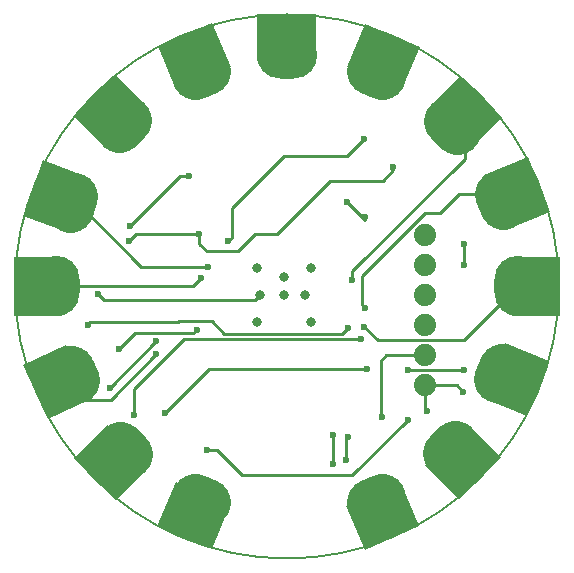
<source format=gbr>
G04 #@! TF.FileFunction,Copper,L2,Bot,Signal*
%FSLAX46Y46*%
G04 Gerber Fmt 4.6, Leading zero omitted, Abs format (unit mm)*
G04 Created by KiCad (PCBNEW 4.0.4-stable) date 05/02/17 14:03:58*
%MOMM*%
%LPD*%
G01*
G04 APERTURE LIST*
%ADD10C,0.100000*%
%ADD11C,0.150000*%
%ADD12C,0.800000*%
%ADD13C,1.879600*%
%ADD14C,4.000000*%
%ADD15C,4.000000*%
%ADD16O,5.100000X4.000000*%
%ADD17O,4.000000X5.100000*%
%ADD18C,0.600000*%
%ADD19C,0.250000*%
G04 APERTURE END LIST*
D10*
D11*
X107358112Y-144526000D02*
G75*
G03X107358112Y-144526000I-23030112J0D01*
G01*
D12*
X81788000Y-147574000D03*
X86360000Y-147574000D03*
X85852000Y-145288000D03*
X84074000Y-143764000D03*
X86360000Y-143002000D03*
X84074000Y-145288000D03*
X82042000Y-145288000D03*
X81788000Y-143002000D03*
D13*
X96012000Y-152908000D03*
X96012000Y-150368000D03*
X96012000Y-147828000D03*
X96012000Y-145288000D03*
X96012000Y-142748000D03*
X96012000Y-140208000D03*
D14*
X70882934Y-130408328D02*
X70105116Y-131186146D01*
D10*
G36*
X69769948Y-126537624D02*
X72598376Y-129366052D01*
X69062842Y-132901586D01*
X66234414Y-130073158D01*
X69769948Y-126537624D01*
X69769948Y-126537624D01*
G37*
D15*
X69878843Y-130176396D03*
D14*
X98699672Y-131334934D02*
X97921854Y-130557116D01*
D10*
G36*
X102570376Y-130221948D02*
X99741948Y-133050376D01*
X96206414Y-129514842D01*
X99034842Y-126686414D01*
X102570376Y-130221948D01*
X102570376Y-130221948D01*
G37*
D15*
X98931604Y-130330843D03*
D14*
X92386995Y-126740505D02*
X91374439Y-126310701D01*
D10*
G36*
X95558916Y-124258572D02*
X93995992Y-127940592D01*
X89393468Y-125986936D01*
X90956392Y-122304916D01*
X95558916Y-124258572D01*
X95558916Y-124258572D01*
G37*
D15*
X92225899Y-125722645D03*
D14*
X97773066Y-158643672D02*
X98550884Y-157865854D01*
D10*
G36*
X98886052Y-162514376D02*
X96057624Y-159685948D01*
X99593158Y-156150414D01*
X102421586Y-158978842D01*
X98886052Y-162514376D01*
X98886052Y-162514376D01*
G37*
D15*
X98777157Y-158875604D03*
D16*
X84327999Y-124968000D03*
D10*
G36*
X86828000Y-121444000D02*
X86828000Y-125444000D01*
X81828000Y-125444000D01*
X81828000Y-121444000D01*
X86828000Y-121444000D01*
X86828000Y-121444000D01*
G37*
D15*
X84332000Y-124094000D03*
D14*
X102583855Y-137751346D02*
X102171787Y-136731444D01*
D10*
G36*
X106581734Y-138239241D02*
X102872999Y-139737668D01*
X100999966Y-135101749D01*
X104708701Y-133603322D01*
X106581734Y-138239241D01*
X106581734Y-138239241D01*
G37*
D15*
X103189679Y-136917698D03*
D17*
X103886000Y-144525999D03*
D10*
G36*
X107410000Y-147026000D02*
X103410000Y-147026000D01*
X103410000Y-142026000D01*
X107410000Y-142026000D01*
X107410000Y-147026000D01*
X107410000Y-147026000D01*
G37*
D15*
X104760000Y-144530000D03*
D17*
X64770000Y-144526001D03*
D10*
G36*
X61246000Y-142026000D02*
X65246000Y-142026000D01*
X65246000Y-147026000D01*
X61246000Y-147026000D01*
X61246000Y-142026000D01*
X61246000Y-142026000D01*
G37*
D15*
X63896000Y-144522000D03*
D14*
X66303329Y-136895091D02*
X65927107Y-137928753D01*
D10*
G36*
X63658792Y-133857410D02*
X67417563Y-135225491D01*
X65707462Y-139923954D01*
X61948691Y-138555873D01*
X63658792Y-133857410D01*
X63658792Y-133857410D01*
G37*
D15*
X65295295Y-137109236D03*
D14*
X102108088Y-152357545D02*
X102520156Y-151337643D01*
D10*
G36*
X104645001Y-155485668D02*
X100936266Y-153987241D01*
X102809299Y-149351322D01*
X106518034Y-150849749D01*
X104645001Y-155485668D01*
X104645001Y-155485668D01*
G37*
D15*
X103122982Y-152178710D03*
D14*
X91334057Y-162796807D02*
X92346613Y-162367003D01*
D10*
G36*
X90916008Y-166802592D02*
X89353084Y-163120572D01*
X93955608Y-161166916D01*
X95518532Y-164848936D01*
X90916008Y-166802592D01*
X90916008Y-166802592D01*
G37*
D15*
X92178151Y-163387989D03*
D14*
X76523005Y-162311495D02*
X77535561Y-162741299D01*
D10*
G36*
X73351084Y-164793428D02*
X74914008Y-161111408D01*
X79516532Y-163065064D01*
X77953608Y-166747084D01*
X73351084Y-164793428D01*
X73351084Y-164793428D01*
G37*
D15*
X76684101Y-163329355D03*
D14*
X70210328Y-157971066D02*
X70988146Y-158748884D01*
D10*
G36*
X66339624Y-159084052D02*
X69168052Y-156255624D01*
X72703586Y-159791158D01*
X69875158Y-162619586D01*
X66339624Y-159084052D01*
X66339624Y-159084052D01*
G37*
D15*
X69978396Y-158975157D03*
D14*
X66026119Y-151487664D02*
X66490999Y-152484602D01*
D10*
G36*
X62008184Y-151209669D02*
X65633415Y-149519196D01*
X67746506Y-154050735D01*
X64121275Y-155741208D01*
X62008184Y-151209669D01*
X62008184Y-151209669D01*
G37*
D15*
X65464755Y-152351875D03*
D14*
X77575943Y-126255193D02*
X76563387Y-126684997D01*
D10*
G36*
X77993992Y-122249408D02*
X79556916Y-125931428D01*
X74954392Y-127885084D01*
X73391468Y-124203064D01*
X77993992Y-122249408D01*
X77993992Y-122249408D01*
G37*
D15*
X76731849Y-125664011D03*
D18*
X71056500Y-139446000D03*
X76073000Y-135191500D03*
X68326000Y-145161000D03*
X96164400Y-155092400D03*
X99237800Y-153441400D03*
X79375000Y-140716000D03*
X90868500Y-132016500D03*
X76682600Y-148183600D03*
X70104000Y-149860000D03*
X77546200Y-158369000D03*
X94564200Y-155829000D03*
X92354400Y-155575000D03*
X70993000Y-140652500D03*
X76885800Y-140081000D03*
X93319600Y-134391400D03*
X99314000Y-140970000D03*
X99314000Y-142748000D03*
X89306400Y-159258000D03*
X89535000Y-157251400D03*
X99364800Y-151638000D03*
X94589600Y-151638000D03*
X90576400Y-148971000D03*
X71374000Y-155448000D03*
X89484200Y-148031200D03*
X67513200Y-147751800D03*
X91084400Y-151485600D03*
X74041000Y-155219400D03*
X77063600Y-143840200D03*
X77622400Y-142849600D03*
X69342000Y-153085800D03*
X73279000Y-149148800D03*
X73279000Y-150266400D03*
X90881200Y-147929600D03*
X90957400Y-146380200D03*
X89865200Y-143941800D03*
X89408000Y-137414000D03*
X90932000Y-138684000D03*
X88214200Y-159588200D03*
X88239600Y-157073600D03*
D19*
X71056500Y-139446000D02*
X75311000Y-135191500D01*
X75311000Y-135191500D02*
X76073000Y-135191500D01*
X68859400Y-145694400D02*
X69697600Y-145694400D01*
X68326000Y-145161000D02*
X68859400Y-145694400D01*
X69723000Y-145694400D02*
X81635600Y-145694400D01*
X82042000Y-145288000D02*
X81635600Y-145694400D01*
X96012000Y-152908000D02*
X96012000Y-154940000D01*
X96012000Y-154940000D02*
X96164400Y-155092400D01*
X98704400Y-152908000D02*
X96012000Y-152908000D01*
X99237800Y-153441400D02*
X98704400Y-152908000D01*
X79660750Y-137890250D02*
X79660750Y-140430250D01*
X79660750Y-140430250D02*
X79375000Y-140716000D01*
X84074000Y-133477000D02*
X79660750Y-137890250D01*
X89408000Y-133477000D02*
X84074000Y-133477000D01*
X90868500Y-132016500D02*
X89408000Y-133477000D01*
X76403200Y-148463000D02*
X71501000Y-148463000D01*
X76403200Y-148463000D02*
X76682600Y-148183600D01*
X71501000Y-148463000D02*
X70104000Y-149860000D01*
X78409800Y-158369000D02*
X77546200Y-158369000D01*
X80568800Y-160528000D02*
X78409800Y-158369000D01*
X89865200Y-160528000D02*
X80568800Y-160528000D01*
X94564200Y-155829000D02*
X89865200Y-160528000D01*
X92735400Y-150368000D02*
X96012000Y-150368000D01*
X92303600Y-150799800D02*
X92735400Y-150368000D01*
X92303600Y-155524200D02*
X92303600Y-150799800D01*
X92354400Y-155575000D02*
X92303600Y-155524200D01*
X72009000Y-140081000D02*
X71564500Y-140081000D01*
X71564500Y-140081000D02*
X70993000Y-140652500D01*
X83375500Y-140081000D02*
X81661000Y-140081000D01*
X76885800Y-140893800D02*
X76885800Y-140081000D01*
X77533500Y-141541500D02*
X76885800Y-140893800D01*
X80200500Y-141541500D02*
X77533500Y-141541500D01*
X81661000Y-140081000D02*
X80200500Y-141541500D01*
X83375500Y-140081000D02*
X83502500Y-140081000D01*
X93319600Y-134708900D02*
X93319600Y-134391400D01*
X92456000Y-135572500D02*
X93319600Y-134708900D01*
X88011000Y-135572500D02*
X92456000Y-135572500D01*
X83502500Y-140081000D02*
X88011000Y-135572500D01*
X76885800Y-140081000D02*
X72009000Y-140081000D01*
X72009000Y-140081000D02*
X71882000Y-140081000D01*
X99314000Y-142748000D02*
X99314000Y-140970000D01*
X89306400Y-157480000D02*
X89306400Y-159258000D01*
X89535000Y-157251400D02*
X89306400Y-157480000D01*
X98161974Y-158254764D02*
X99239605Y-159332395D01*
X99364800Y-151638000D02*
X94919800Y-151638000D01*
X94919800Y-151638000D02*
X94589600Y-151638000D01*
X75590400Y-148971000D02*
X90576400Y-148971000D01*
X71348600Y-153212800D02*
X75590400Y-148971000D01*
X71348600Y-155422600D02*
X71348600Y-153212800D01*
X71374000Y-155448000D02*
X71348600Y-155422600D01*
X88994402Y-148520998D02*
X89484200Y-148031200D01*
X79026598Y-148520998D02*
X88994402Y-148520998D01*
X77952600Y-147447000D02*
X79026598Y-148520998D01*
X75209400Y-147447000D02*
X77952600Y-147447000D01*
X75082400Y-147574000D02*
X75209400Y-147447000D01*
X67691000Y-147574000D02*
X75082400Y-147574000D01*
X67513200Y-147751800D02*
X67691000Y-147574000D01*
X77774800Y-151485600D02*
X91084400Y-151485600D01*
X74041000Y-155219400D02*
X77774800Y-151485600D01*
X63246000Y-144526000D02*
X76377800Y-144526000D01*
X76377800Y-144526000D02*
X77063600Y-143840200D01*
X64683127Y-136890682D02*
X66050082Y-136890682D01*
X66050082Y-136890682D02*
X72009000Y-142849600D01*
X72009000Y-142849600D02*
X77622400Y-142849600D01*
X73279000Y-149148800D02*
X69342000Y-153085800D01*
X69418200Y-154127200D02*
X66374343Y-154127200D01*
X73279000Y-150266400D02*
X69418200Y-154127200D01*
X66374343Y-154127200D02*
X64877345Y-152630202D01*
X105410000Y-144526000D02*
X103936800Y-144526000D01*
X103936800Y-144526000D02*
X99364800Y-149098000D01*
X99364800Y-149098000D02*
X92049600Y-149098000D01*
X92049600Y-149098000D02*
X90881200Y-147929600D01*
X103790850Y-136670495D02*
X98914505Y-136670495D01*
X90678000Y-146100800D02*
X90957400Y-146380200D01*
X90678000Y-143662400D02*
X90678000Y-146100800D01*
X96037400Y-138303000D02*
X90678000Y-143662400D01*
X97282000Y-138303000D02*
X96037400Y-138303000D01*
X98914505Y-136670495D02*
X97282000Y-138303000D01*
X99388395Y-129868395D02*
X99388395Y-133707405D01*
X89865200Y-143230600D02*
X89865200Y-143941800D01*
X99388395Y-133707405D02*
X89865200Y-143230600D01*
X89408000Y-137414000D02*
X90932000Y-138938000D01*
X90932000Y-138938000D02*
X90932000Y-138684000D01*
X88214200Y-159588200D02*
X88239600Y-159562800D01*
X88239600Y-159562800D02*
X88239600Y-157073600D01*
M02*

</source>
